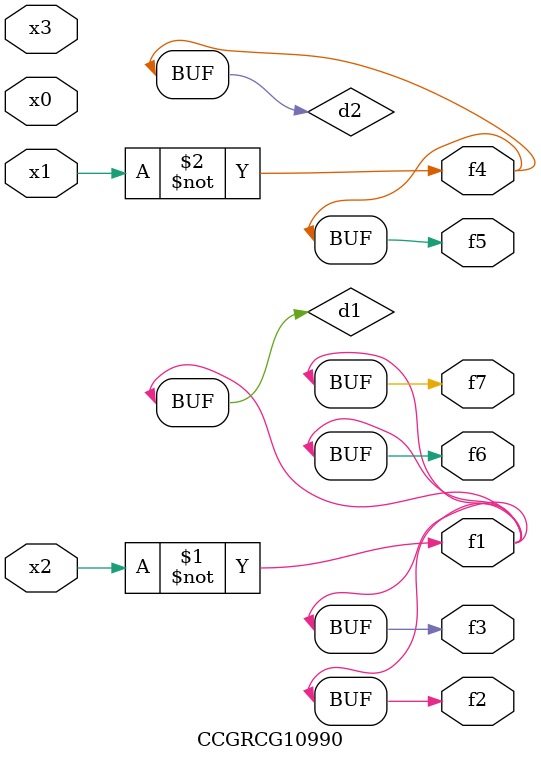
<source format=v>
module CCGRCG10990(
	input x0, x1, x2, x3,
	output f1, f2, f3, f4, f5, f6, f7
);

	wire d1, d2;

	xnor (d1, x2);
	not (d2, x1);
	assign f1 = d1;
	assign f2 = d1;
	assign f3 = d1;
	assign f4 = d2;
	assign f5 = d2;
	assign f6 = d1;
	assign f7 = d1;
endmodule

</source>
